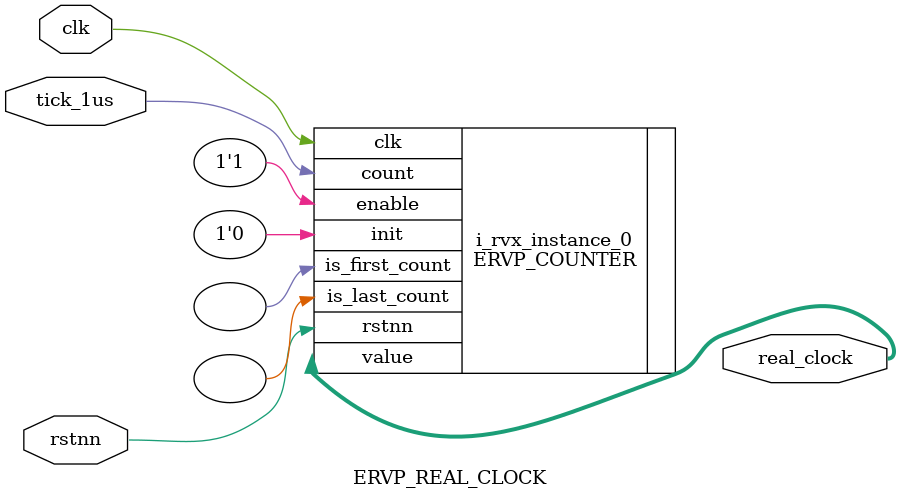
<source format=v>

`include "ervp_global.vh"


module ERVP_REAL_CLOCK
(
	clk,
	rstnn,
	tick_1us,
	real_clock
);


localparam  RVX_LPARA_0 = 64;

input wire clk, rstnn;
input wire tick_1us;
output wire [RVX_LPARA_0-1:0] real_clock;

ERVP_COUNTER
#(
	.BW_COUNTER(RVX_LPARA_0),
	.CIRCULAR(1)
)
i_rvx_instance_0
(
	.clk(clk),
	.rstnn(rstnn),
	.enable(1'b 1),
	.init(1'b 0),
	.count(tick_1us),
	.value(real_clock),
	.is_first_count(),
	.is_last_count()
);

endmodule

</source>
